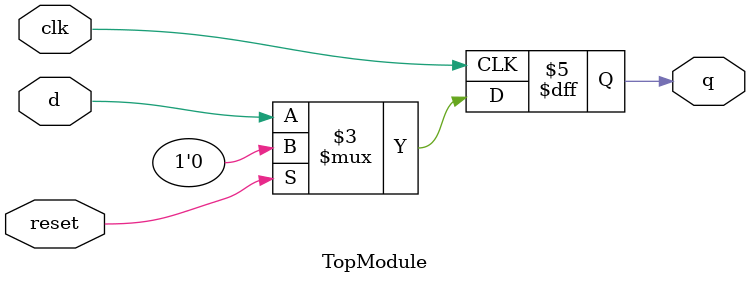
<source format=sv>
module TopModule (
    input logic clk,           // Clock signal; positive edge triggered
    input logic reset,         // Synchronous reset signal, active high
    input logic d,             // Data input for the D flip-flop
    output logic q             // Output representing the stored state
);

    always_ff @(posedge clk) begin
        if (reset) begin
            q <= 1'b0;         // Reset output to 0
        end else begin
            q <= d;            // Capture data input on rising edge of clk
        end
    end

endmodule
</source>
